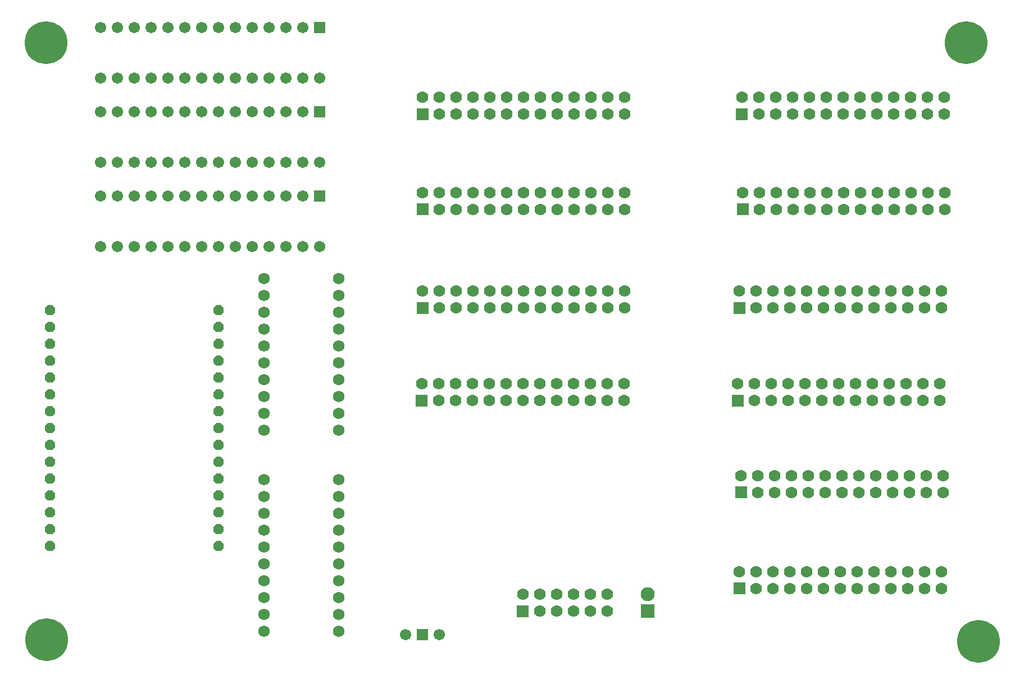
<source format=gts>
G04 Layer: TopSolderMaskLayer*
G04 EasyEDA v6.3.22, 2020-01-23T21:12:46--5:00*
G04 cdd6f56302204649af62c86a061be503,dfa15b47affc40b8846523cd8aea0214,10*
G04 Gerber Generator version 0.2*
G04 Scale: 100 percent, Rotated: No, Reflected: No *
G04 Dimensions in inches *
G04 leading zeros omitted , absolute positions ,2 integer and 4 decimal *
%FSLAX24Y24*%
%MOIN*%
G90*
G70D02*

%ADD28C,0.068000*%
%ADD29C,0.070000*%
%ADD31C,0.067000*%
%ADD33C,0.067055*%
%ADD35C,0.254063*%
%ADD36R,0.082803X0.082803*%
%ADD37C,0.082803*%

%LPD*%
G54D28*
G01X14950Y11550D03*
G01X14950Y10550D03*
G01X14950Y9550D03*
G01X14950Y8550D03*
G01X14950Y7550D03*
G01X14950Y6550D03*
G01X14950Y5550D03*
G01X14950Y4550D03*
G01X14950Y3550D03*
G01X14950Y2550D03*
G01X19375Y11550D03*
G01X19375Y10550D03*
G01X19375Y9550D03*
G01X19375Y8550D03*
G01X19375Y7550D03*
G01X19375Y6550D03*
G01X19375Y5550D03*
G01X19375Y4550D03*
G01X19375Y3550D03*
G01X19375Y2550D03*
G01X14950Y23500D03*
G01X14950Y22500D03*
G01X14950Y21500D03*
G01X14950Y20500D03*
G01X14950Y19500D03*
G01X14950Y18500D03*
G01X14950Y17500D03*
G01X14950Y16500D03*
G01X14950Y15500D03*
G01X14950Y14500D03*
G01X19375Y23500D03*
G01X19375Y22500D03*
G01X19375Y21500D03*
G01X19375Y20500D03*
G01X19375Y19500D03*
G01X19375Y18500D03*
G01X19375Y17500D03*
G01X19375Y16500D03*
G01X19375Y15500D03*
G01X19375Y14500D03*
G54D29*
G01X35300Y4750D03*
G01X35300Y3750D03*
G01X34300Y4750D03*
G01X34300Y3750D03*
G01X33300Y4750D03*
G01X33300Y3750D03*
G01X32300Y4750D03*
G01X32300Y3750D03*
G01X31300Y4750D03*
G01X31300Y3750D03*
G01X30300Y4750D03*
G36*
G01X29950Y3400D02*
G01X29950Y4100D01*
G01X30650Y4100D01*
G01X30650Y3400D01*
G01X29950Y3400D01*
G37*
G54D31*
G01X23350Y2350D03*
G36*
G01X24014Y2015D02*
G01X24014Y2684D01*
G01X24685Y2684D01*
G01X24685Y2015D01*
G01X24014Y2015D01*
G37*
G01X25350Y2350D03*
G36*
G01X2132Y21307D02*
G01X1957Y21482D01*
G01X1957Y21730D01*
G01X2132Y21905D01*
G01X2378Y21905D01*
G01X2553Y21730D01*
G01X2553Y21482D01*
G01X2378Y21307D01*
G01X2132Y21307D01*
G37*
G36*
G01X2132Y20307D02*
G01X1957Y20482D01*
G01X1957Y20730D01*
G01X2132Y20905D01*
G01X2378Y20905D01*
G01X2553Y20730D01*
G01X2553Y20482D01*
G01X2378Y20307D01*
G01X2132Y20307D01*
G37*
G36*
G01X2132Y19307D02*
G01X1957Y19482D01*
G01X1957Y19730D01*
G01X2132Y19905D01*
G01X2378Y19905D01*
G01X2553Y19730D01*
G01X2553Y19482D01*
G01X2378Y19307D01*
G01X2132Y19307D01*
G37*
G36*
G01X2132Y18307D02*
G01X1957Y18482D01*
G01X1957Y18730D01*
G01X2132Y18905D01*
G01X2378Y18905D01*
G01X2553Y18730D01*
G01X2553Y18482D01*
G01X2378Y18307D01*
G01X2132Y18307D01*
G37*
G36*
G01X2132Y17307D02*
G01X1957Y17482D01*
G01X1957Y17730D01*
G01X2132Y17905D01*
G01X2378Y17905D01*
G01X2553Y17730D01*
G01X2553Y17482D01*
G01X2378Y17307D01*
G01X2132Y17307D01*
G37*
G36*
G01X2132Y16307D02*
G01X1957Y16482D01*
G01X1957Y16730D01*
G01X2132Y16905D01*
G01X2378Y16905D01*
G01X2553Y16730D01*
G01X2553Y16482D01*
G01X2378Y16307D01*
G01X2132Y16307D01*
G37*
G36*
G01X2132Y15307D02*
G01X1957Y15482D01*
G01X1957Y15730D01*
G01X2132Y15905D01*
G01X2378Y15905D01*
G01X2553Y15730D01*
G01X2553Y15482D01*
G01X2378Y15307D01*
G01X2132Y15307D01*
G37*
G36*
G01X2132Y14307D02*
G01X1957Y14482D01*
G01X1957Y14730D01*
G01X2132Y14905D01*
G01X2378Y14905D01*
G01X2553Y14730D01*
G01X2553Y14482D01*
G01X2378Y14307D01*
G01X2132Y14307D01*
G37*
G36*
G01X2132Y13307D02*
G01X1957Y13482D01*
G01X1957Y13730D01*
G01X2132Y13905D01*
G01X2378Y13905D01*
G01X2553Y13730D01*
G01X2553Y13482D01*
G01X2378Y13307D01*
G01X2132Y13307D01*
G37*
G36*
G01X2132Y12307D02*
G01X1957Y12482D01*
G01X1957Y12730D01*
G01X2132Y12905D01*
G01X2378Y12905D01*
G01X2553Y12730D01*
G01X2553Y12482D01*
G01X2378Y12307D01*
G01X2132Y12307D01*
G37*
G36*
G01X2132Y11307D02*
G01X1957Y11482D01*
G01X1957Y11730D01*
G01X2132Y11905D01*
G01X2378Y11905D01*
G01X2553Y11730D01*
G01X2553Y11482D01*
G01X2378Y11307D01*
G01X2132Y11307D01*
G37*
G36*
G01X2132Y10307D02*
G01X1957Y10482D01*
G01X1957Y10730D01*
G01X2132Y10905D01*
G01X2378Y10905D01*
G01X2553Y10730D01*
G01X2553Y10482D01*
G01X2378Y10307D01*
G01X2132Y10307D01*
G37*
G36*
G01X2132Y9307D02*
G01X1957Y9482D01*
G01X1957Y9730D01*
G01X2132Y9905D01*
G01X2378Y9905D01*
G01X2553Y9730D01*
G01X2553Y9482D01*
G01X2378Y9307D01*
G01X2132Y9307D01*
G37*
G36*
G01X2132Y8307D02*
G01X1957Y8482D01*
G01X1957Y8730D01*
G01X2132Y8905D01*
G01X2378Y8905D01*
G01X2553Y8730D01*
G01X2553Y8482D01*
G01X2378Y8307D01*
G01X2132Y8307D01*
G37*
G36*
G01X2132Y7307D02*
G01X1957Y7482D01*
G01X1957Y7730D01*
G01X2132Y7905D01*
G01X2378Y7905D01*
G01X2553Y7730D01*
G01X2553Y7482D01*
G01X2378Y7307D01*
G01X2132Y7307D01*
G37*
G36*
G01X12131Y21307D02*
G01X11956Y21482D01*
G01X11956Y21730D01*
G01X12131Y21905D01*
G01X12378Y21905D01*
G01X12553Y21730D01*
G01X12553Y21482D01*
G01X12378Y21307D01*
G01X12131Y21307D01*
G37*
G36*
G01X12131Y20307D02*
G01X11956Y20482D01*
G01X11956Y20730D01*
G01X12131Y20905D01*
G01X12378Y20905D01*
G01X12553Y20730D01*
G01X12553Y20482D01*
G01X12378Y20307D01*
G01X12131Y20307D01*
G37*
G36*
G01X12131Y19307D02*
G01X11956Y19482D01*
G01X11956Y19730D01*
G01X12131Y19905D01*
G01X12378Y19905D01*
G01X12553Y19730D01*
G01X12553Y19482D01*
G01X12378Y19307D01*
G01X12131Y19307D01*
G37*
G36*
G01X12131Y18307D02*
G01X11956Y18482D01*
G01X11956Y18730D01*
G01X12131Y18905D01*
G01X12378Y18905D01*
G01X12553Y18730D01*
G01X12553Y18482D01*
G01X12378Y18307D01*
G01X12131Y18307D01*
G37*
G36*
G01X12131Y17307D02*
G01X11956Y17482D01*
G01X11956Y17730D01*
G01X12131Y17905D01*
G01X12378Y17905D01*
G01X12553Y17730D01*
G01X12553Y17482D01*
G01X12378Y17307D01*
G01X12131Y17307D01*
G37*
G36*
G01X12131Y16307D02*
G01X11956Y16482D01*
G01X11956Y16730D01*
G01X12131Y16905D01*
G01X12378Y16905D01*
G01X12553Y16730D01*
G01X12553Y16482D01*
G01X12378Y16307D01*
G01X12131Y16307D01*
G37*
G36*
G01X12131Y15307D02*
G01X11956Y15482D01*
G01X11956Y15730D01*
G01X12131Y15905D01*
G01X12378Y15905D01*
G01X12553Y15730D01*
G01X12553Y15482D01*
G01X12378Y15307D01*
G01X12131Y15307D01*
G37*
G36*
G01X12131Y14307D02*
G01X11956Y14482D01*
G01X11956Y14730D01*
G01X12131Y14905D01*
G01X12378Y14905D01*
G01X12553Y14730D01*
G01X12553Y14482D01*
G01X12378Y14307D01*
G01X12131Y14307D01*
G37*
G36*
G01X12131Y13307D02*
G01X11956Y13482D01*
G01X11956Y13730D01*
G01X12131Y13905D01*
G01X12378Y13905D01*
G01X12553Y13730D01*
G01X12553Y13482D01*
G01X12378Y13307D01*
G01X12131Y13307D01*
G37*
G36*
G01X12131Y12307D02*
G01X11956Y12482D01*
G01X11956Y12730D01*
G01X12131Y12905D01*
G01X12378Y12905D01*
G01X12553Y12730D01*
G01X12553Y12482D01*
G01X12378Y12307D01*
G01X12131Y12307D01*
G37*
G36*
G01X12131Y11307D02*
G01X11956Y11482D01*
G01X11956Y11730D01*
G01X12131Y11905D01*
G01X12378Y11905D01*
G01X12553Y11730D01*
G01X12553Y11482D01*
G01X12378Y11307D01*
G01X12131Y11307D01*
G37*
G36*
G01X12131Y10307D02*
G01X11956Y10482D01*
G01X11956Y10730D01*
G01X12131Y10905D01*
G01X12378Y10905D01*
G01X12553Y10730D01*
G01X12553Y10482D01*
G01X12378Y10307D01*
G01X12131Y10307D01*
G37*
G36*
G01X12131Y9307D02*
G01X11956Y9482D01*
G01X11956Y9730D01*
G01X12131Y9905D01*
G01X12378Y9905D01*
G01X12553Y9730D01*
G01X12553Y9482D01*
G01X12378Y9307D01*
G01X12131Y9307D01*
G37*
G36*
G01X12131Y8307D02*
G01X11956Y8482D01*
G01X11956Y8730D01*
G01X12131Y8905D01*
G01X12378Y8905D01*
G01X12553Y8730D01*
G01X12553Y8482D01*
G01X12378Y8307D01*
G01X12131Y8307D01*
G37*
G36*
G01X12131Y7307D02*
G01X11956Y7482D01*
G01X11956Y7730D01*
G01X12131Y7905D01*
G01X12378Y7905D01*
G01X12553Y7730D01*
G01X12553Y7482D01*
G01X12378Y7307D01*
G01X12131Y7307D01*
G37*
G54D33*
G01X5250Y30400D03*
G01X6250Y30400D03*
G01X7250Y30400D03*
G01X8250Y30400D03*
G01X9250Y30400D03*
G01X10250Y30400D03*
G01X11250Y30400D03*
G01X12250Y30400D03*
G01X13250Y30400D03*
G01X14250Y30400D03*
G01X15250Y30400D03*
G01X16250Y30400D03*
G01X17250Y30400D03*
G01X18250Y30400D03*
G01X5250Y33400D03*
G01X6250Y33400D03*
G01X7250Y33400D03*
G01X8250Y33400D03*
G01X9250Y33400D03*
G01X10250Y33400D03*
G01X11250Y33400D03*
G01X12250Y33400D03*
G01X13250Y33400D03*
G01X14250Y33400D03*
G01X15250Y33400D03*
G01X16250Y33400D03*
G01X17250Y33400D03*
G36*
G01X17914Y33065D02*
G01X17914Y33734D01*
G01X18585Y33734D01*
G01X18585Y33065D01*
G01X17914Y33065D01*
G37*
G01X5250Y25400D03*
G01X6250Y25400D03*
G01X7250Y25400D03*
G01X8250Y25400D03*
G01X9250Y25400D03*
G01X10250Y25400D03*
G01X11250Y25400D03*
G01X12250Y25400D03*
G01X13250Y25400D03*
G01X14250Y25400D03*
G01X15250Y25400D03*
G01X16250Y25400D03*
G01X17250Y25400D03*
G01X18250Y25400D03*
G01X5250Y28400D03*
G01X6250Y28400D03*
G01X7250Y28400D03*
G01X8250Y28400D03*
G01X9250Y28400D03*
G01X10250Y28400D03*
G01X11250Y28400D03*
G01X12250Y28400D03*
G01X13250Y28400D03*
G01X14250Y28400D03*
G01X15250Y28400D03*
G01X16250Y28400D03*
G01X17250Y28400D03*
G36*
G01X17914Y28065D02*
G01X17914Y28734D01*
G01X18585Y28734D01*
G01X18585Y28065D01*
G01X17914Y28065D01*
G37*
G01X5250Y35400D03*
G01X6250Y35400D03*
G01X7250Y35400D03*
G01X8250Y35400D03*
G01X9250Y35400D03*
G01X10250Y35400D03*
G01X11250Y35400D03*
G01X12250Y35400D03*
G01X13250Y35400D03*
G01X14250Y35400D03*
G01X15250Y35400D03*
G01X16250Y35400D03*
G01X17250Y35400D03*
G01X18250Y35400D03*
G01X5250Y38400D03*
G01X6250Y38400D03*
G01X7250Y38400D03*
G01X8250Y38400D03*
G01X9250Y38400D03*
G01X10250Y38400D03*
G01X11250Y38400D03*
G01X12250Y38400D03*
G01X13250Y38400D03*
G01X14250Y38400D03*
G01X15250Y38400D03*
G01X16250Y38400D03*
G01X17250Y38400D03*
G36*
G01X17914Y38065D02*
G01X17914Y38734D01*
G01X18585Y38734D01*
G01X18585Y38065D01*
G01X17914Y38065D01*
G37*
G54D29*
G01X55300Y34250D03*
G01X55300Y33250D03*
G01X54300Y34250D03*
G01X54300Y33250D03*
G01X53300Y34250D03*
G01X53300Y33250D03*
G01X52300Y34250D03*
G01X52300Y33250D03*
G01X51300Y34250D03*
G01X51300Y33250D03*
G01X50300Y34250D03*
G01X50300Y33250D03*
G01X49300Y34250D03*
G01X49300Y33250D03*
G01X48300Y34250D03*
G01X48300Y33250D03*
G01X47300Y34250D03*
G01X47300Y33250D03*
G01X46300Y34250D03*
G01X46300Y33250D03*
G01X45300Y34250D03*
G01X45300Y33250D03*
G01X44300Y34250D03*
G01X44300Y33250D03*
G01X43300Y34250D03*
G36*
G01X42950Y32900D02*
G01X42950Y33600D01*
G01X43650Y33600D01*
G01X43650Y32900D01*
G01X42950Y32900D01*
G37*
G01X55350Y28600D03*
G01X55350Y27600D03*
G01X54350Y28600D03*
G01X54350Y27600D03*
G01X53350Y28600D03*
G01X53350Y27600D03*
G01X52350Y28600D03*
G01X52350Y27600D03*
G01X51350Y28600D03*
G01X51350Y27600D03*
G01X50350Y28600D03*
G01X50350Y27600D03*
G01X49350Y28600D03*
G01X49350Y27600D03*
G01X48350Y28600D03*
G01X48350Y27600D03*
G01X47350Y28600D03*
G01X47350Y27600D03*
G01X46350Y28600D03*
G01X46350Y27600D03*
G01X45350Y28600D03*
G01X45350Y27600D03*
G01X44350Y28600D03*
G01X44350Y27600D03*
G01X43350Y28600D03*
G36*
G01X43000Y27250D02*
G01X43000Y27950D01*
G01X43700Y27950D01*
G01X43700Y27250D01*
G01X43000Y27250D01*
G37*
G01X55150Y22750D03*
G01X55150Y21750D03*
G01X54150Y22750D03*
G01X54150Y21750D03*
G01X53150Y22750D03*
G01X53150Y21750D03*
G01X52150Y22750D03*
G01X52150Y21750D03*
G01X51150Y22750D03*
G01X51150Y21750D03*
G01X50150Y22750D03*
G01X50150Y21750D03*
G01X49150Y22750D03*
G01X49150Y21750D03*
G01X48150Y22750D03*
G01X48150Y21750D03*
G01X47150Y22750D03*
G01X47150Y21750D03*
G01X46150Y22750D03*
G01X46150Y21750D03*
G01X45150Y22750D03*
G01X45150Y21750D03*
G01X44150Y22750D03*
G01X44150Y21750D03*
G01X43150Y22750D03*
G36*
G01X42800Y21400D02*
G01X42800Y22100D01*
G01X43500Y22100D01*
G01X43500Y21400D01*
G01X42800Y21400D01*
G37*
G01X55050Y17250D03*
G01X55050Y16250D03*
G01X54050Y17250D03*
G01X54050Y16250D03*
G01X53050Y17250D03*
G01X53050Y16250D03*
G01X52050Y17250D03*
G01X52050Y16250D03*
G01X51050Y17250D03*
G01X51050Y16250D03*
G01X50050Y17250D03*
G01X50050Y16250D03*
G01X49050Y17250D03*
G01X49050Y16250D03*
G01X48050Y17250D03*
G01X48050Y16250D03*
G01X47050Y17250D03*
G01X47050Y16250D03*
G01X46050Y17250D03*
G01X46050Y16250D03*
G01X45050Y17250D03*
G01X45050Y16250D03*
G01X44050Y17250D03*
G01X44050Y16250D03*
G01X43050Y17250D03*
G36*
G01X42700Y15900D02*
G01X42700Y16600D01*
G01X43400Y16600D01*
G01X43400Y15900D01*
G01X42700Y15900D01*
G37*
G01X55250Y11800D03*
G01X55250Y10800D03*
G01X54250Y11800D03*
G01X54250Y10800D03*
G01X53250Y11800D03*
G01X53250Y10800D03*
G01X52250Y11800D03*
G01X52250Y10800D03*
G01X51250Y11800D03*
G01X51250Y10800D03*
G01X50250Y11800D03*
G01X50250Y10800D03*
G01X49250Y11800D03*
G01X49250Y10800D03*
G01X48250Y11800D03*
G01X48250Y10800D03*
G01X47250Y11800D03*
G01X47250Y10800D03*
G01X46250Y11800D03*
G01X46250Y10800D03*
G01X45250Y11800D03*
G01X45250Y10800D03*
G01X44250Y11800D03*
G01X44250Y10800D03*
G01X43250Y11800D03*
G36*
G01X42900Y10450D02*
G01X42900Y11150D01*
G01X43600Y11150D01*
G01X43600Y10450D01*
G01X42900Y10450D01*
G37*
G01X55150Y6100D03*
G01X55150Y5100D03*
G01X54150Y6100D03*
G01X54150Y5100D03*
G01X53150Y6100D03*
G01X53150Y5100D03*
G01X52150Y6100D03*
G01X52150Y5100D03*
G01X51150Y6100D03*
G01X51150Y5100D03*
G01X50150Y6100D03*
G01X50150Y5100D03*
G01X49150Y6100D03*
G01X49150Y5100D03*
G01X48150Y6100D03*
G01X48150Y5100D03*
G01X47150Y6100D03*
G01X47150Y5100D03*
G01X46150Y6100D03*
G01X46150Y5100D03*
G01X45150Y6100D03*
G01X45150Y5100D03*
G01X44150Y6100D03*
G01X44150Y5100D03*
G01X43150Y6100D03*
G36*
G01X42800Y4750D02*
G01X42800Y5450D01*
G01X43500Y5450D01*
G01X43500Y4750D01*
G01X42800Y4750D01*
G37*
G01X36350Y34250D03*
G01X36350Y33250D03*
G01X35350Y34250D03*
G01X35350Y33250D03*
G01X34350Y34250D03*
G01X34350Y33250D03*
G01X33350Y34250D03*
G01X33350Y33250D03*
G01X32350Y34250D03*
G01X32350Y33250D03*
G01X31350Y34250D03*
G01X31350Y33250D03*
G01X30350Y34250D03*
G01X30350Y33250D03*
G01X29350Y34250D03*
G01X29350Y33250D03*
G01X28350Y34250D03*
G01X28350Y33250D03*
G01X27350Y34250D03*
G01X27350Y33250D03*
G01X26350Y34250D03*
G01X26350Y33250D03*
G01X25350Y34250D03*
G01X25350Y33250D03*
G01X24350Y34250D03*
G36*
G01X24000Y32900D02*
G01X24000Y33600D01*
G01X24700Y33600D01*
G01X24700Y32900D01*
G01X24000Y32900D01*
G37*
G01X36300Y17250D03*
G01X36300Y16250D03*
G01X35300Y17250D03*
G01X35300Y16250D03*
G01X34300Y17250D03*
G01X34300Y16250D03*
G01X33300Y17250D03*
G01X33300Y16250D03*
G01X32300Y17250D03*
G01X32300Y16250D03*
G01X31300Y17250D03*
G01X31300Y16250D03*
G01X30300Y17250D03*
G01X30300Y16250D03*
G01X29300Y17250D03*
G01X29300Y16250D03*
G01X28300Y17250D03*
G01X28300Y16250D03*
G01X27300Y17250D03*
G01X27300Y16250D03*
G01X26300Y17250D03*
G01X26300Y16250D03*
G01X25300Y17250D03*
G01X25300Y16250D03*
G01X24300Y17250D03*
G36*
G01X23950Y15900D02*
G01X23950Y16600D01*
G01X24650Y16600D01*
G01X24650Y15900D01*
G01X23950Y15900D01*
G37*
G54D35*
G01X2000Y37500D03*
G01X2050Y2050D03*
G01X57350Y1950D03*
G01X56600Y37500D03*
G54D29*
G01X36350Y22750D03*
G01X36350Y21750D03*
G01X35350Y22750D03*
G01X35350Y21750D03*
G01X34350Y22750D03*
G01X34350Y21750D03*
G01X33350Y22750D03*
G01X33350Y21750D03*
G01X32350Y22750D03*
G01X32350Y21750D03*
G01X31350Y22750D03*
G01X31350Y21750D03*
G01X30350Y22750D03*
G01X30350Y21750D03*
G01X29350Y22750D03*
G01X29350Y21750D03*
G01X28350Y22750D03*
G01X28350Y21750D03*
G01X27350Y22750D03*
G01X27350Y21750D03*
G01X26350Y22750D03*
G01X26350Y21750D03*
G01X25350Y22750D03*
G01X25350Y21750D03*
G01X24350Y22750D03*
G36*
G01X24000Y21400D02*
G01X24000Y22100D01*
G01X24700Y22100D01*
G01X24700Y21400D01*
G01X24000Y21400D01*
G37*
G01X36350Y28600D03*
G01X36350Y27600D03*
G01X35350Y28600D03*
G01X35350Y27600D03*
G01X34350Y28600D03*
G01X34350Y27600D03*
G01X33350Y28600D03*
G01X33350Y27600D03*
G01X32350Y28600D03*
G01X32350Y27600D03*
G01X31350Y28600D03*
G01X31350Y27600D03*
G01X30350Y28600D03*
G01X30350Y27600D03*
G01X29350Y28600D03*
G01X29350Y27600D03*
G01X28350Y28600D03*
G01X28350Y27600D03*
G01X27350Y28600D03*
G01X27350Y27600D03*
G01X26350Y28600D03*
G01X26350Y27600D03*
G01X25350Y28600D03*
G01X25350Y27600D03*
G01X24350Y28600D03*
G36*
G01X24000Y27250D02*
G01X24000Y27950D01*
G01X24700Y27950D01*
G01X24700Y27250D01*
G01X24000Y27250D01*
G37*
G54D36*
G01X37700Y3750D03*
G54D37*
G01X37700Y4750D03*
M00*
M02*

</source>
